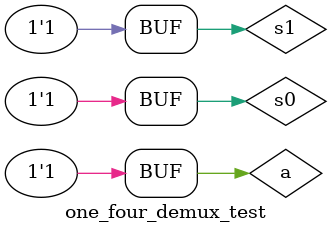
<source format=v>
`timescale 1ns / 1ps


module one_four_demux_test;

	// Inputs
	reg a;
	reg s0;
	reg s1;

	// Outputs
	wire y0;
	wire y1;
	wire y2;
	wire y3;

	// Instantiate the Unit Under Test (UUT)
	one_four_demux uut (
		.y0(y0), 
		.y1(y1), 
		.y2(y2), 
		.y3(y3), 
		.a(a), 
		.s0(s0), 
		.s1(s1)
	);

	initial begin
		// Initialize Inputs
		a = 0;
		s0 = 0;
		s1 = 0;

		// Wait 100 ns for global reset to finish
		#20;
      repeat(7)
		begin
		#20;
		a = a^(s1&s0);
		s1 = s1^(s0);
		s0 = s0^1;
		end
		// Add stimulus here
		#20;
	end
      
endmodule


</source>
